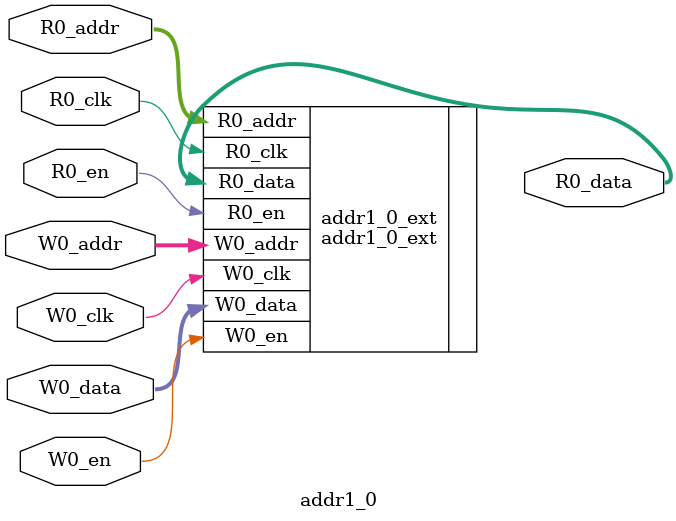
<source format=sv>
`ifndef RANDOMIZE
  `ifdef RANDOMIZE_MEM_INIT
    `define RANDOMIZE
  `endif // RANDOMIZE_MEM_INIT
`endif // not def RANDOMIZE
`ifndef RANDOMIZE
  `ifdef RANDOMIZE_REG_INIT
    `define RANDOMIZE
  `endif // RANDOMIZE_REG_INIT
`endif // not def RANDOMIZE

`ifndef RANDOM
  `define RANDOM $random
`endif // not def RANDOM

// Users can define INIT_RANDOM as general code that gets injected into the
// initializer block for modules with registers.
`ifndef INIT_RANDOM
  `define INIT_RANDOM
`endif // not def INIT_RANDOM

// If using random initialization, you can also define RANDOMIZE_DELAY to
// customize the delay used, otherwise 0.002 is used.
`ifndef RANDOMIZE_DELAY
  `define RANDOMIZE_DELAY 0.002
`endif // not def RANDOMIZE_DELAY

// Define INIT_RANDOM_PROLOG_ for use in our modules below.
`ifndef INIT_RANDOM_PROLOG_
  `ifdef RANDOMIZE
    `ifdef VERILATOR
      `define INIT_RANDOM_PROLOG_ `INIT_RANDOM
    `else  // VERILATOR
      `define INIT_RANDOM_PROLOG_ `INIT_RANDOM #`RANDOMIZE_DELAY begin end
    `endif // VERILATOR
  `else  // RANDOMIZE
    `define INIT_RANDOM_PROLOG_
  `endif // RANDOMIZE
`endif // not def INIT_RANDOM_PROLOG_

// Include register initializers in init blocks unless synthesis is set
`ifndef SYNTHESIS
  `ifndef ENABLE_INITIAL_REG_
    `define ENABLE_INITIAL_REG_
  `endif // not def ENABLE_INITIAL_REG_
`endif // not def SYNTHESIS

// Include rmemory initializers in init blocks unless synthesis is set
`ifndef SYNTHESIS
  `ifndef ENABLE_INITIAL_MEM_
    `define ENABLE_INITIAL_MEM_
  `endif // not def ENABLE_INITIAL_MEM_
`endif // not def SYNTHESIS

// Standard header to adapt well known macros for prints and assertions.

// Users can define 'PRINTF_COND' to add an extra gate to prints.
`ifndef PRINTF_COND_
  `ifdef PRINTF_COND
    `define PRINTF_COND_ (`PRINTF_COND)
  `else  // PRINTF_COND
    `define PRINTF_COND_ 1
  `endif // PRINTF_COND
`endif // not def PRINTF_COND_

// Users can define 'ASSERT_VERBOSE_COND' to add an extra gate to assert error printing.
`ifndef ASSERT_VERBOSE_COND_
  `ifdef ASSERT_VERBOSE_COND
    `define ASSERT_VERBOSE_COND_ (`ASSERT_VERBOSE_COND)
  `else  // ASSERT_VERBOSE_COND
    `define ASSERT_VERBOSE_COND_ 1
  `endif // ASSERT_VERBOSE_COND
`endif // not def ASSERT_VERBOSE_COND_

// Users can define 'STOP_COND' to add an extra gate to stop conditions.
`ifndef STOP_COND_
  `ifdef STOP_COND
    `define STOP_COND_ (`STOP_COND)
  `else  // STOP_COND
    `define STOP_COND_ 1
  `endif // STOP_COND
`endif // not def STOP_COND_

module addr1_0(	// ventus/src/cta/resource_table.scala:585:26
  input  [2:0] R0_addr,
  input        R0_en,
               R0_clk,
  output [9:0] R0_data,
  input  [2:0] W0_addr,
  input        W0_en,
               W0_clk,
  input  [9:0] W0_data
);

  addr1_0_ext addr1_0_ext (	// ventus/src/cta/resource_table.scala:585:26
    .R0_addr (R0_addr),
    .R0_en   (R0_en),
    .R0_clk  (R0_clk),
    .R0_data (R0_data),
    .W0_addr (W0_addr),
    .W0_en   (W0_en),
    .W0_clk  (W0_clk),
    .W0_data (W0_data)
  );
endmodule


</source>
